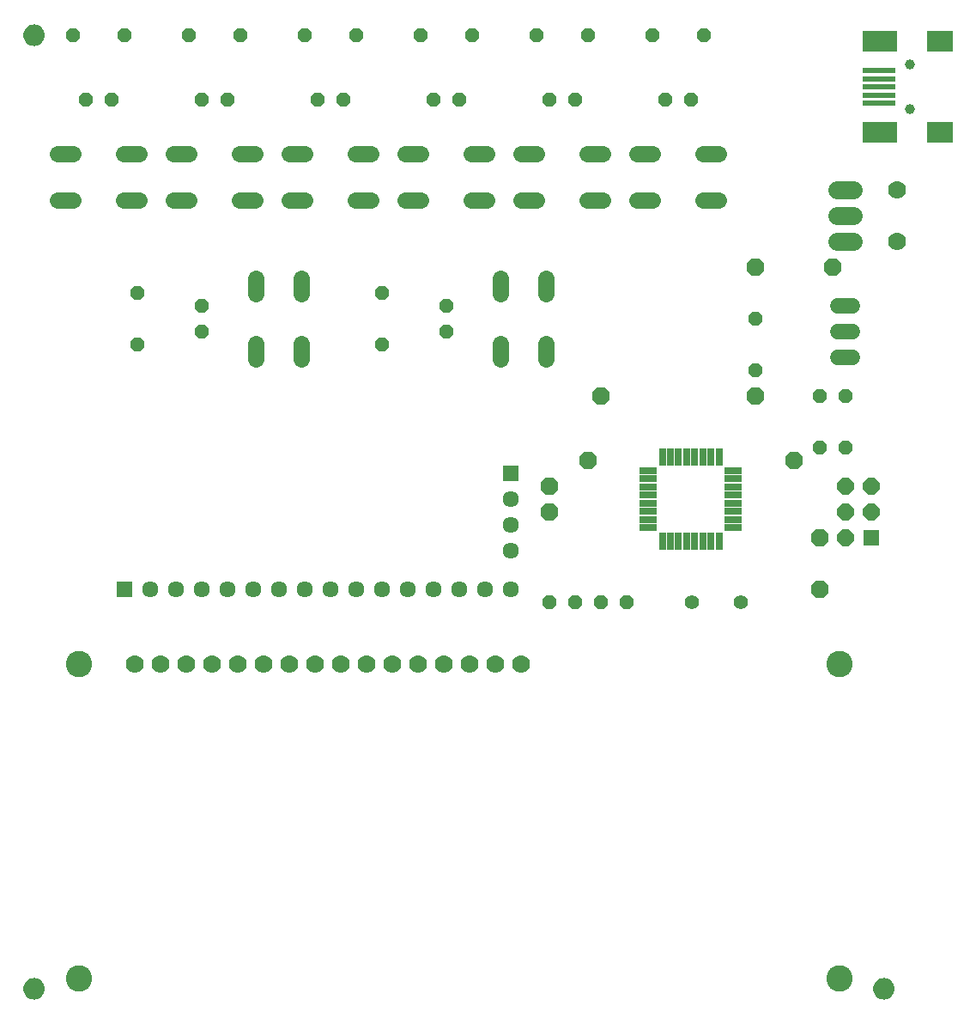
<source format=gts>
G04 EAGLE Gerber RS-274X export*
G75*
%MOMM*%
%FSLAX34Y34*%
%LPD*%
%INSoldermask Top*%
%IPPOS*%
%AMOC8*
5,1,8,0,0,1.08239X$1,22.5*%
G01*
%ADD10C,1.778000*%
%ADD11C,2.601600*%
%ADD12R,1.609600X1.609600*%
%ADD13C,1.609600*%
%ADD14R,1.701600X0.651600*%
%ADD15R,0.651600X1.701600*%
%ADD16P,1.759533X8X112.500000*%
%ADD17R,1.625600X1.625600*%
%ADD18P,1.539592X8X202.500000*%
%ADD19P,1.539592X8X22.500000*%
%ADD20P,1.539592X8X292.500000*%
%ADD21R,2.601600X2.101600*%
%ADD22R,3.401600X2.101600*%
%ADD23R,3.201600X0.601600*%
%ADD24C,1.001600*%
%ADD25P,1.842011X8X292.500000*%
%ADD26C,1.422400*%
%ADD27P,1.842011X8X22.500000*%
%ADD28C,1.524000*%
%ADD29P,1.842011X8X202.500000*%
%ADD30C,1.751600*%
%ADD31P,1.539592X8X112.500000*%
%ADD32C,1.625600*%

G36*
X27192Y954720D02*
X27192Y954720D01*
X27235Y954732D01*
X27301Y954739D01*
X28984Y955190D01*
X29025Y955209D01*
X29088Y955228D01*
X30668Y955965D01*
X30705Y955991D01*
X30764Y956020D01*
X32192Y957020D01*
X32223Y957052D01*
X32276Y957091D01*
X33509Y958324D01*
X33534Y958360D01*
X33580Y958408D01*
X34580Y959836D01*
X34598Y959877D01*
X34635Y959932D01*
X35372Y961512D01*
X35383Y961555D01*
X35410Y961616D01*
X35861Y963299D01*
X35863Y963331D01*
X35870Y963352D01*
X35870Y963367D01*
X35880Y963408D01*
X36032Y965145D01*
X36028Y965189D01*
X36032Y965255D01*
X35880Y966992D01*
X35868Y967035D01*
X35861Y967101D01*
X35410Y968784D01*
X35391Y968825D01*
X35372Y968888D01*
X34635Y970468D01*
X34609Y970505D01*
X34580Y970564D01*
X33580Y971992D01*
X33548Y972023D01*
X33509Y972076D01*
X32276Y973309D01*
X32240Y973334D01*
X32192Y973380D01*
X30764Y974380D01*
X30723Y974398D01*
X30668Y974435D01*
X29088Y975172D01*
X29045Y975183D01*
X28984Y975210D01*
X27301Y975661D01*
X27256Y975664D01*
X27192Y975680D01*
X25455Y975832D01*
X25411Y975828D01*
X25345Y975832D01*
X23608Y975680D01*
X23565Y975668D01*
X23499Y975661D01*
X21816Y975210D01*
X21775Y975191D01*
X21712Y975172D01*
X20132Y974435D01*
X20095Y974409D01*
X20036Y974380D01*
X18608Y973380D01*
X18577Y973348D01*
X18524Y973309D01*
X17291Y972076D01*
X17266Y972040D01*
X17220Y971992D01*
X16220Y970564D01*
X16202Y970523D01*
X16165Y970468D01*
X15428Y968888D01*
X15417Y968845D01*
X15390Y968784D01*
X14939Y967101D01*
X14936Y967056D01*
X14920Y966992D01*
X14768Y965255D01*
X14772Y965211D01*
X14768Y965145D01*
X14920Y963408D01*
X14932Y963365D01*
X14936Y963331D01*
X14936Y963315D01*
X14938Y963310D01*
X14939Y963299D01*
X15390Y961616D01*
X15409Y961575D01*
X15428Y961512D01*
X16165Y959932D01*
X16191Y959895D01*
X16220Y959836D01*
X17220Y958408D01*
X17252Y958377D01*
X17291Y958324D01*
X18524Y957091D01*
X18560Y957066D01*
X18608Y957020D01*
X20036Y956020D01*
X20077Y956002D01*
X20132Y955965D01*
X21712Y955228D01*
X21755Y955217D01*
X21816Y955190D01*
X23499Y954739D01*
X23544Y954736D01*
X23608Y954720D01*
X25345Y954568D01*
X25389Y954572D01*
X25455Y954568D01*
X27192Y954720D01*
G37*
G36*
X865392Y14920D02*
X865392Y14920D01*
X865435Y14932D01*
X865501Y14939D01*
X867184Y15390D01*
X867225Y15409D01*
X867288Y15428D01*
X868868Y16165D01*
X868905Y16191D01*
X868964Y16220D01*
X870392Y17220D01*
X870423Y17252D01*
X870476Y17291D01*
X871709Y18524D01*
X871734Y18560D01*
X871780Y18608D01*
X872780Y20036D01*
X872798Y20077D01*
X872835Y20132D01*
X873572Y21712D01*
X873583Y21755D01*
X873610Y21816D01*
X874061Y23499D01*
X874063Y23531D01*
X874070Y23552D01*
X874070Y23567D01*
X874080Y23608D01*
X874232Y25345D01*
X874228Y25389D01*
X874232Y25455D01*
X874080Y27192D01*
X874068Y27235D01*
X874061Y27301D01*
X873610Y28984D01*
X873591Y29025D01*
X873572Y29088D01*
X872835Y30668D01*
X872809Y30705D01*
X872780Y30764D01*
X871780Y32192D01*
X871748Y32223D01*
X871709Y32276D01*
X870476Y33509D01*
X870440Y33534D01*
X870392Y33580D01*
X868964Y34580D01*
X868923Y34598D01*
X868868Y34635D01*
X867288Y35372D01*
X867245Y35383D01*
X867184Y35410D01*
X865501Y35861D01*
X865456Y35864D01*
X865392Y35880D01*
X863655Y36032D01*
X863611Y36028D01*
X863545Y36032D01*
X861808Y35880D01*
X861765Y35868D01*
X861699Y35861D01*
X860016Y35410D01*
X859975Y35391D01*
X859912Y35372D01*
X858332Y34635D01*
X858295Y34609D01*
X858236Y34580D01*
X856808Y33580D01*
X856777Y33548D01*
X856724Y33509D01*
X855491Y32276D01*
X855466Y32240D01*
X855420Y32192D01*
X854420Y30764D01*
X854402Y30723D01*
X854365Y30668D01*
X853628Y29088D01*
X853617Y29045D01*
X853590Y28984D01*
X853139Y27301D01*
X853136Y27256D01*
X853120Y27192D01*
X852968Y25455D01*
X852972Y25411D01*
X852968Y25345D01*
X853120Y23608D01*
X853132Y23565D01*
X853136Y23531D01*
X853136Y23515D01*
X853138Y23510D01*
X853139Y23499D01*
X853590Y21816D01*
X853609Y21775D01*
X853628Y21712D01*
X854365Y20132D01*
X854391Y20095D01*
X854420Y20036D01*
X855420Y18608D01*
X855452Y18577D01*
X855491Y18524D01*
X856724Y17291D01*
X856760Y17266D01*
X856808Y17220D01*
X858236Y16220D01*
X858277Y16202D01*
X858332Y16165D01*
X859912Y15428D01*
X859955Y15417D01*
X860016Y15390D01*
X861699Y14939D01*
X861744Y14936D01*
X861808Y14920D01*
X863545Y14768D01*
X863589Y14772D01*
X863655Y14768D01*
X865392Y14920D01*
G37*
G36*
X27192Y14920D02*
X27192Y14920D01*
X27235Y14932D01*
X27301Y14939D01*
X28984Y15390D01*
X29025Y15409D01*
X29088Y15428D01*
X30668Y16165D01*
X30705Y16191D01*
X30764Y16220D01*
X32192Y17220D01*
X32223Y17252D01*
X32276Y17291D01*
X33509Y18524D01*
X33534Y18560D01*
X33580Y18608D01*
X34580Y20036D01*
X34598Y20077D01*
X34635Y20132D01*
X35372Y21712D01*
X35383Y21755D01*
X35410Y21816D01*
X35861Y23499D01*
X35863Y23531D01*
X35870Y23552D01*
X35870Y23567D01*
X35880Y23608D01*
X36032Y25345D01*
X36028Y25389D01*
X36032Y25455D01*
X35880Y27192D01*
X35868Y27235D01*
X35861Y27301D01*
X35410Y28984D01*
X35391Y29025D01*
X35372Y29088D01*
X34635Y30668D01*
X34609Y30705D01*
X34580Y30764D01*
X33580Y32192D01*
X33548Y32223D01*
X33509Y32276D01*
X32276Y33509D01*
X32240Y33534D01*
X32192Y33580D01*
X30764Y34580D01*
X30723Y34598D01*
X30668Y34635D01*
X29088Y35372D01*
X29045Y35383D01*
X28984Y35410D01*
X27301Y35861D01*
X27256Y35864D01*
X27192Y35880D01*
X25455Y36032D01*
X25411Y36028D01*
X25345Y36032D01*
X23608Y35880D01*
X23565Y35868D01*
X23499Y35861D01*
X21816Y35410D01*
X21775Y35391D01*
X21712Y35372D01*
X20132Y34635D01*
X20095Y34609D01*
X20036Y34580D01*
X18608Y33580D01*
X18577Y33548D01*
X18524Y33509D01*
X17291Y32276D01*
X17266Y32240D01*
X17220Y32192D01*
X16220Y30764D01*
X16202Y30723D01*
X16165Y30668D01*
X15428Y29088D01*
X15417Y29045D01*
X15390Y28984D01*
X14939Y27301D01*
X14936Y27256D01*
X14920Y27192D01*
X14768Y25455D01*
X14772Y25411D01*
X14768Y25345D01*
X14920Y23608D01*
X14932Y23565D01*
X14936Y23531D01*
X14936Y23515D01*
X14938Y23510D01*
X14939Y23499D01*
X15390Y21816D01*
X15409Y21775D01*
X15428Y21712D01*
X16165Y20132D01*
X16191Y20095D01*
X16220Y20036D01*
X17220Y18608D01*
X17252Y18577D01*
X17291Y18524D01*
X18524Y17291D01*
X18560Y17266D01*
X18608Y17220D01*
X20036Y16220D01*
X20077Y16202D01*
X20132Y16165D01*
X21712Y15428D01*
X21755Y15417D01*
X21816Y15390D01*
X23499Y14939D01*
X23544Y14936D01*
X23608Y14920D01*
X25345Y14768D01*
X25389Y14772D01*
X25455Y14768D01*
X27192Y14920D01*
G37*
D10*
X124500Y345500D03*
X149900Y345500D03*
X175300Y345500D03*
X200700Y345500D03*
X226100Y345500D03*
X251500Y345500D03*
X276900Y345500D03*
X302300Y345500D03*
X327700Y345500D03*
X353100Y345500D03*
X378500Y345500D03*
X403900Y345500D03*
X429300Y345500D03*
X454700Y345500D03*
X480100Y345500D03*
X505500Y345500D03*
D11*
X69500Y35500D03*
X819500Y35500D03*
X69500Y345500D03*
X819500Y345500D03*
D12*
X114300Y419100D03*
D13*
X139700Y419100D03*
X165100Y419100D03*
X190500Y419100D03*
X215900Y419100D03*
X241300Y419100D03*
X266700Y419100D03*
X292100Y419100D03*
X317500Y419100D03*
X342900Y419100D03*
X368300Y419100D03*
X393700Y419100D03*
X419100Y419100D03*
X444500Y419100D03*
X469900Y419100D03*
X495300Y419100D03*
D12*
X495300Y533400D03*
D13*
X495300Y508000D03*
X495300Y482600D03*
X495300Y457200D03*
D14*
X631300Y536000D03*
X631300Y528000D03*
X631300Y520000D03*
X631300Y512000D03*
X631300Y504000D03*
X631300Y496000D03*
X631300Y488000D03*
X631300Y480000D03*
D15*
X645100Y466200D03*
X653100Y466200D03*
X661100Y466200D03*
X669100Y466200D03*
X677100Y466200D03*
X685100Y466200D03*
X693100Y466200D03*
X701100Y466200D03*
D14*
X714900Y480000D03*
X714900Y488000D03*
X714900Y496000D03*
X714900Y504000D03*
X714900Y512000D03*
X714900Y520000D03*
X714900Y528000D03*
X714900Y536000D03*
D15*
X701100Y549800D03*
X693100Y549800D03*
X685100Y549800D03*
X677100Y549800D03*
X669100Y549800D03*
X661100Y549800D03*
X653100Y549800D03*
X645100Y549800D03*
D16*
X825500Y469900D03*
X825500Y495300D03*
X825500Y520700D03*
D17*
X850900Y469900D03*
D16*
X850900Y495300D03*
X850900Y520700D03*
D18*
X457200Y965200D03*
X406400Y965200D03*
D19*
X63500Y965200D03*
X114300Y965200D03*
D20*
X368300Y711200D03*
X368300Y660400D03*
X127000Y711200D03*
X127000Y660400D03*
D18*
X228600Y965200D03*
X177800Y965200D03*
X571500Y965200D03*
X520700Y965200D03*
D19*
X292100Y965200D03*
X342900Y965200D03*
D18*
X685800Y965200D03*
X635000Y965200D03*
D21*
X919000Y958900D03*
X919000Y869900D03*
D22*
X860000Y958900D03*
X860000Y869900D03*
D23*
X859000Y898400D03*
X859000Y906400D03*
X859000Y914400D03*
X859000Y922400D03*
X859000Y930400D03*
D24*
X889000Y892400D03*
X889000Y936400D03*
D25*
X533400Y520700D03*
X533400Y495300D03*
D18*
X609600Y406400D03*
X584200Y406400D03*
X558800Y406400D03*
X533400Y406400D03*
D26*
X722630Y406400D03*
X674370Y406400D03*
D27*
X584200Y609600D03*
X736600Y609600D03*
D28*
X818388Y698500D02*
X832612Y698500D01*
X832612Y673100D02*
X818388Y673100D01*
X818388Y647700D02*
X832612Y647700D01*
D29*
X812800Y736600D03*
X736600Y736600D03*
X774700Y546100D03*
X571500Y546100D03*
D30*
X817250Y812800D02*
X833750Y812800D01*
X833750Y787400D02*
X817250Y787400D01*
X817250Y762000D02*
X833750Y762000D01*
D10*
X876300Y812800D03*
X876300Y762000D03*
D25*
X800100Y469900D03*
X800100Y419100D03*
D31*
X736600Y635000D03*
X736600Y685800D03*
D32*
X64008Y848106D02*
X48768Y848106D01*
X48768Y802894D02*
X64008Y802894D01*
X113792Y848106D02*
X129032Y848106D01*
X129032Y802894D02*
X113792Y802894D01*
X163068Y848106D02*
X178308Y848106D01*
X178308Y802894D02*
X163068Y802894D01*
X228092Y848106D02*
X243332Y848106D01*
X243332Y802894D02*
X228092Y802894D01*
X277368Y848106D02*
X292608Y848106D01*
X292608Y802894D02*
X277368Y802894D01*
X342392Y848106D02*
X357632Y848106D01*
X357632Y802894D02*
X342392Y802894D01*
X620268Y848106D02*
X635508Y848106D01*
X635508Y802894D02*
X620268Y802894D01*
X685292Y848106D02*
X700532Y848106D01*
X700532Y802894D02*
X685292Y802894D01*
X521208Y848106D02*
X505968Y848106D01*
X505968Y802894D02*
X521208Y802894D01*
X570992Y848106D02*
X586232Y848106D01*
X586232Y802894D02*
X570992Y802894D01*
X244094Y660908D02*
X244094Y645668D01*
X289306Y645668D02*
X289306Y660908D01*
X244094Y710692D02*
X244094Y725932D01*
X289306Y725932D02*
X289306Y710692D01*
X391668Y848106D02*
X406908Y848106D01*
X406908Y802894D02*
X391668Y802894D01*
X456692Y848106D02*
X471932Y848106D01*
X471932Y802894D02*
X456692Y802894D01*
X485394Y660908D02*
X485394Y645668D01*
X530606Y645668D02*
X530606Y660908D01*
X485394Y710692D02*
X485394Y725932D01*
X530606Y725932D02*
X530606Y710692D01*
D19*
X76200Y901700D03*
X101600Y901700D03*
X190500Y901700D03*
X215900Y901700D03*
X304800Y901700D03*
X330200Y901700D03*
X647700Y901700D03*
X673100Y901700D03*
X533400Y901700D03*
X558800Y901700D03*
D31*
X431800Y673100D03*
X431800Y698500D03*
X190500Y673100D03*
X190500Y698500D03*
D19*
X419100Y901700D03*
X444500Y901700D03*
X800100Y558800D03*
X825500Y558800D03*
X800100Y609600D03*
X825500Y609600D03*
M02*

</source>
